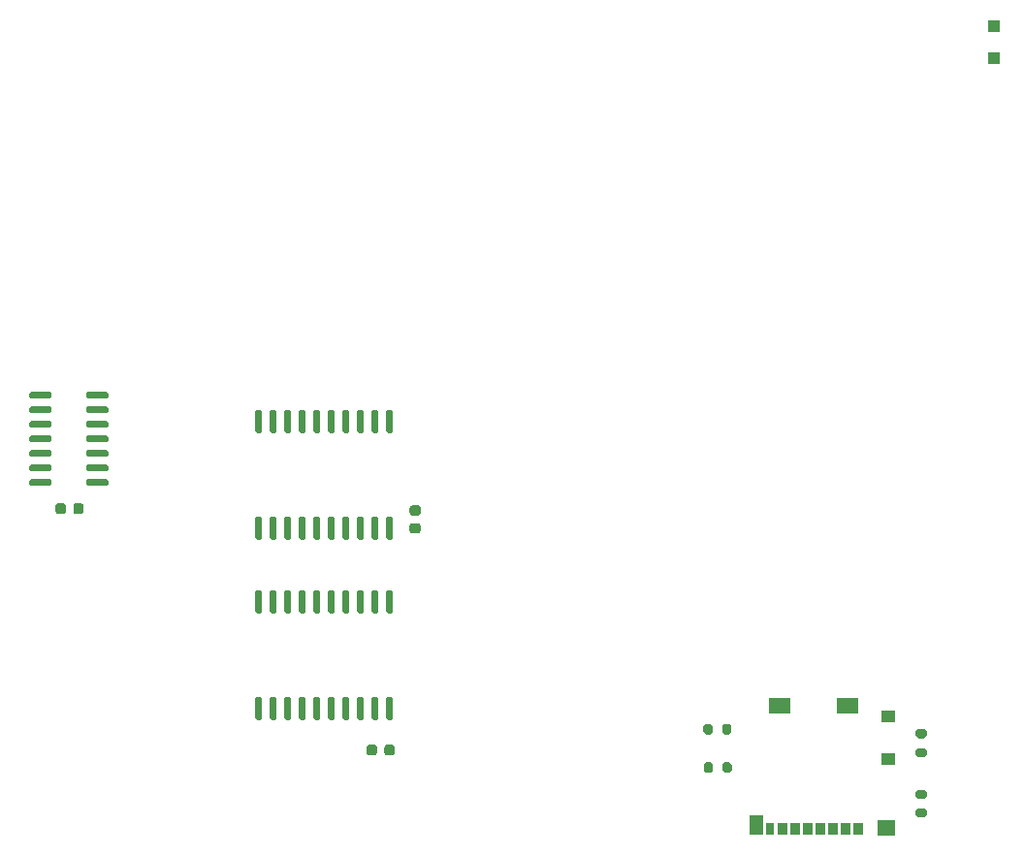
<source format=gbr>
%TF.GenerationSoftware,KiCad,Pcbnew,(5.1.10)-1*%
%TF.CreationDate,2021-08-27T13:44:28+02:00*%
%TF.ProjectId,Pico-profile,5069636f-2d70-4726-9f66-696c652e6b69,rev?*%
%TF.SameCoordinates,Original*%
%TF.FileFunction,Paste,Top*%
%TF.FilePolarity,Positive*%
%FSLAX46Y46*%
G04 Gerber Fmt 4.6, Leading zero omitted, Abs format (unit mm)*
G04 Created by KiCad (PCBNEW (5.1.10)-1) date 2021-08-27 13:44:28*
%MOMM*%
%LPD*%
G01*
G04 APERTURE LIST*
%ADD10R,1.100000X1.100000*%
%ADD11R,1.900000X1.350000*%
%ADD12R,1.200000X1.000000*%
%ADD13R,1.550000X1.350000*%
%ADD14R,1.170000X1.800000*%
%ADD15R,0.850000X1.100000*%
%ADD16R,0.750000X1.100000*%
G04 APERTURE END LIST*
D10*
%TO.C,D1*%
X206151480Y-64536320D03*
X206151480Y-61736320D03*
%TD*%
%TO.C,U3*%
G36*
G01*
X153266000Y-120289000D02*
X153566000Y-120289000D01*
G75*
G02*
X153716000Y-120439000I0J-150000D01*
G01*
X153716000Y-122189000D01*
G75*
G02*
X153566000Y-122339000I-150000J0D01*
G01*
X153266000Y-122339000D01*
G75*
G02*
X153116000Y-122189000I0J150000D01*
G01*
X153116000Y-120439000D01*
G75*
G02*
X153266000Y-120289000I150000J0D01*
G01*
G37*
G36*
G01*
X151996000Y-120289000D02*
X152296000Y-120289000D01*
G75*
G02*
X152446000Y-120439000I0J-150000D01*
G01*
X152446000Y-122189000D01*
G75*
G02*
X152296000Y-122339000I-150000J0D01*
G01*
X151996000Y-122339000D01*
G75*
G02*
X151846000Y-122189000I0J150000D01*
G01*
X151846000Y-120439000D01*
G75*
G02*
X151996000Y-120289000I150000J0D01*
G01*
G37*
G36*
G01*
X150726000Y-120289000D02*
X151026000Y-120289000D01*
G75*
G02*
X151176000Y-120439000I0J-150000D01*
G01*
X151176000Y-122189000D01*
G75*
G02*
X151026000Y-122339000I-150000J0D01*
G01*
X150726000Y-122339000D01*
G75*
G02*
X150576000Y-122189000I0J150000D01*
G01*
X150576000Y-120439000D01*
G75*
G02*
X150726000Y-120289000I150000J0D01*
G01*
G37*
G36*
G01*
X149456000Y-120289000D02*
X149756000Y-120289000D01*
G75*
G02*
X149906000Y-120439000I0J-150000D01*
G01*
X149906000Y-122189000D01*
G75*
G02*
X149756000Y-122339000I-150000J0D01*
G01*
X149456000Y-122339000D01*
G75*
G02*
X149306000Y-122189000I0J150000D01*
G01*
X149306000Y-120439000D01*
G75*
G02*
X149456000Y-120289000I150000J0D01*
G01*
G37*
G36*
G01*
X148186000Y-120289000D02*
X148486000Y-120289000D01*
G75*
G02*
X148636000Y-120439000I0J-150000D01*
G01*
X148636000Y-122189000D01*
G75*
G02*
X148486000Y-122339000I-150000J0D01*
G01*
X148186000Y-122339000D01*
G75*
G02*
X148036000Y-122189000I0J150000D01*
G01*
X148036000Y-120439000D01*
G75*
G02*
X148186000Y-120289000I150000J0D01*
G01*
G37*
G36*
G01*
X146916000Y-120289000D02*
X147216000Y-120289000D01*
G75*
G02*
X147366000Y-120439000I0J-150000D01*
G01*
X147366000Y-122189000D01*
G75*
G02*
X147216000Y-122339000I-150000J0D01*
G01*
X146916000Y-122339000D01*
G75*
G02*
X146766000Y-122189000I0J150000D01*
G01*
X146766000Y-120439000D01*
G75*
G02*
X146916000Y-120289000I150000J0D01*
G01*
G37*
G36*
G01*
X145646000Y-120289000D02*
X145946000Y-120289000D01*
G75*
G02*
X146096000Y-120439000I0J-150000D01*
G01*
X146096000Y-122189000D01*
G75*
G02*
X145946000Y-122339000I-150000J0D01*
G01*
X145646000Y-122339000D01*
G75*
G02*
X145496000Y-122189000I0J150000D01*
G01*
X145496000Y-120439000D01*
G75*
G02*
X145646000Y-120289000I150000J0D01*
G01*
G37*
G36*
G01*
X144376000Y-120289000D02*
X144676000Y-120289000D01*
G75*
G02*
X144826000Y-120439000I0J-150000D01*
G01*
X144826000Y-122189000D01*
G75*
G02*
X144676000Y-122339000I-150000J0D01*
G01*
X144376000Y-122339000D01*
G75*
G02*
X144226000Y-122189000I0J150000D01*
G01*
X144226000Y-120439000D01*
G75*
G02*
X144376000Y-120289000I150000J0D01*
G01*
G37*
G36*
G01*
X143106000Y-120289000D02*
X143406000Y-120289000D01*
G75*
G02*
X143556000Y-120439000I0J-150000D01*
G01*
X143556000Y-122189000D01*
G75*
G02*
X143406000Y-122339000I-150000J0D01*
G01*
X143106000Y-122339000D01*
G75*
G02*
X142956000Y-122189000I0J150000D01*
G01*
X142956000Y-120439000D01*
G75*
G02*
X143106000Y-120289000I150000J0D01*
G01*
G37*
G36*
G01*
X141836000Y-120289000D02*
X142136000Y-120289000D01*
G75*
G02*
X142286000Y-120439000I0J-150000D01*
G01*
X142286000Y-122189000D01*
G75*
G02*
X142136000Y-122339000I-150000J0D01*
G01*
X141836000Y-122339000D01*
G75*
G02*
X141686000Y-122189000I0J150000D01*
G01*
X141686000Y-120439000D01*
G75*
G02*
X141836000Y-120289000I150000J0D01*
G01*
G37*
G36*
G01*
X141836000Y-110989000D02*
X142136000Y-110989000D01*
G75*
G02*
X142286000Y-111139000I0J-150000D01*
G01*
X142286000Y-112889000D01*
G75*
G02*
X142136000Y-113039000I-150000J0D01*
G01*
X141836000Y-113039000D01*
G75*
G02*
X141686000Y-112889000I0J150000D01*
G01*
X141686000Y-111139000D01*
G75*
G02*
X141836000Y-110989000I150000J0D01*
G01*
G37*
G36*
G01*
X143106000Y-110989000D02*
X143406000Y-110989000D01*
G75*
G02*
X143556000Y-111139000I0J-150000D01*
G01*
X143556000Y-112889000D01*
G75*
G02*
X143406000Y-113039000I-150000J0D01*
G01*
X143106000Y-113039000D01*
G75*
G02*
X142956000Y-112889000I0J150000D01*
G01*
X142956000Y-111139000D01*
G75*
G02*
X143106000Y-110989000I150000J0D01*
G01*
G37*
G36*
G01*
X144376000Y-110989000D02*
X144676000Y-110989000D01*
G75*
G02*
X144826000Y-111139000I0J-150000D01*
G01*
X144826000Y-112889000D01*
G75*
G02*
X144676000Y-113039000I-150000J0D01*
G01*
X144376000Y-113039000D01*
G75*
G02*
X144226000Y-112889000I0J150000D01*
G01*
X144226000Y-111139000D01*
G75*
G02*
X144376000Y-110989000I150000J0D01*
G01*
G37*
G36*
G01*
X145646000Y-110989000D02*
X145946000Y-110989000D01*
G75*
G02*
X146096000Y-111139000I0J-150000D01*
G01*
X146096000Y-112889000D01*
G75*
G02*
X145946000Y-113039000I-150000J0D01*
G01*
X145646000Y-113039000D01*
G75*
G02*
X145496000Y-112889000I0J150000D01*
G01*
X145496000Y-111139000D01*
G75*
G02*
X145646000Y-110989000I150000J0D01*
G01*
G37*
G36*
G01*
X146916000Y-110989000D02*
X147216000Y-110989000D01*
G75*
G02*
X147366000Y-111139000I0J-150000D01*
G01*
X147366000Y-112889000D01*
G75*
G02*
X147216000Y-113039000I-150000J0D01*
G01*
X146916000Y-113039000D01*
G75*
G02*
X146766000Y-112889000I0J150000D01*
G01*
X146766000Y-111139000D01*
G75*
G02*
X146916000Y-110989000I150000J0D01*
G01*
G37*
G36*
G01*
X148186000Y-110989000D02*
X148486000Y-110989000D01*
G75*
G02*
X148636000Y-111139000I0J-150000D01*
G01*
X148636000Y-112889000D01*
G75*
G02*
X148486000Y-113039000I-150000J0D01*
G01*
X148186000Y-113039000D01*
G75*
G02*
X148036000Y-112889000I0J150000D01*
G01*
X148036000Y-111139000D01*
G75*
G02*
X148186000Y-110989000I150000J0D01*
G01*
G37*
G36*
G01*
X149456000Y-110989000D02*
X149756000Y-110989000D01*
G75*
G02*
X149906000Y-111139000I0J-150000D01*
G01*
X149906000Y-112889000D01*
G75*
G02*
X149756000Y-113039000I-150000J0D01*
G01*
X149456000Y-113039000D01*
G75*
G02*
X149306000Y-112889000I0J150000D01*
G01*
X149306000Y-111139000D01*
G75*
G02*
X149456000Y-110989000I150000J0D01*
G01*
G37*
G36*
G01*
X150726000Y-110989000D02*
X151026000Y-110989000D01*
G75*
G02*
X151176000Y-111139000I0J-150000D01*
G01*
X151176000Y-112889000D01*
G75*
G02*
X151026000Y-113039000I-150000J0D01*
G01*
X150726000Y-113039000D01*
G75*
G02*
X150576000Y-112889000I0J150000D01*
G01*
X150576000Y-111139000D01*
G75*
G02*
X150726000Y-110989000I150000J0D01*
G01*
G37*
G36*
G01*
X151996000Y-110989000D02*
X152296000Y-110989000D01*
G75*
G02*
X152446000Y-111139000I0J-150000D01*
G01*
X152446000Y-112889000D01*
G75*
G02*
X152296000Y-113039000I-150000J0D01*
G01*
X151996000Y-113039000D01*
G75*
G02*
X151846000Y-112889000I0J150000D01*
G01*
X151846000Y-111139000D01*
G75*
G02*
X151996000Y-110989000I150000J0D01*
G01*
G37*
G36*
G01*
X153266000Y-110989000D02*
X153566000Y-110989000D01*
G75*
G02*
X153716000Y-111139000I0J-150000D01*
G01*
X153716000Y-112889000D01*
G75*
G02*
X153566000Y-113039000I-150000J0D01*
G01*
X153266000Y-113039000D01*
G75*
G02*
X153116000Y-112889000I0J150000D01*
G01*
X153116000Y-111139000D01*
G75*
G02*
X153266000Y-110989000I150000J0D01*
G01*
G37*
%TD*%
%TO.C,U2*%
G36*
G01*
X153266000Y-104541000D02*
X153566000Y-104541000D01*
G75*
G02*
X153716000Y-104691000I0J-150000D01*
G01*
X153716000Y-106441000D01*
G75*
G02*
X153566000Y-106591000I-150000J0D01*
G01*
X153266000Y-106591000D01*
G75*
G02*
X153116000Y-106441000I0J150000D01*
G01*
X153116000Y-104691000D01*
G75*
G02*
X153266000Y-104541000I150000J0D01*
G01*
G37*
G36*
G01*
X151996000Y-104541000D02*
X152296000Y-104541000D01*
G75*
G02*
X152446000Y-104691000I0J-150000D01*
G01*
X152446000Y-106441000D01*
G75*
G02*
X152296000Y-106591000I-150000J0D01*
G01*
X151996000Y-106591000D01*
G75*
G02*
X151846000Y-106441000I0J150000D01*
G01*
X151846000Y-104691000D01*
G75*
G02*
X151996000Y-104541000I150000J0D01*
G01*
G37*
G36*
G01*
X150726000Y-104541000D02*
X151026000Y-104541000D01*
G75*
G02*
X151176000Y-104691000I0J-150000D01*
G01*
X151176000Y-106441000D01*
G75*
G02*
X151026000Y-106591000I-150000J0D01*
G01*
X150726000Y-106591000D01*
G75*
G02*
X150576000Y-106441000I0J150000D01*
G01*
X150576000Y-104691000D01*
G75*
G02*
X150726000Y-104541000I150000J0D01*
G01*
G37*
G36*
G01*
X149456000Y-104541000D02*
X149756000Y-104541000D01*
G75*
G02*
X149906000Y-104691000I0J-150000D01*
G01*
X149906000Y-106441000D01*
G75*
G02*
X149756000Y-106591000I-150000J0D01*
G01*
X149456000Y-106591000D01*
G75*
G02*
X149306000Y-106441000I0J150000D01*
G01*
X149306000Y-104691000D01*
G75*
G02*
X149456000Y-104541000I150000J0D01*
G01*
G37*
G36*
G01*
X148186000Y-104541000D02*
X148486000Y-104541000D01*
G75*
G02*
X148636000Y-104691000I0J-150000D01*
G01*
X148636000Y-106441000D01*
G75*
G02*
X148486000Y-106591000I-150000J0D01*
G01*
X148186000Y-106591000D01*
G75*
G02*
X148036000Y-106441000I0J150000D01*
G01*
X148036000Y-104691000D01*
G75*
G02*
X148186000Y-104541000I150000J0D01*
G01*
G37*
G36*
G01*
X146916000Y-104541000D02*
X147216000Y-104541000D01*
G75*
G02*
X147366000Y-104691000I0J-150000D01*
G01*
X147366000Y-106441000D01*
G75*
G02*
X147216000Y-106591000I-150000J0D01*
G01*
X146916000Y-106591000D01*
G75*
G02*
X146766000Y-106441000I0J150000D01*
G01*
X146766000Y-104691000D01*
G75*
G02*
X146916000Y-104541000I150000J0D01*
G01*
G37*
G36*
G01*
X145646000Y-104541000D02*
X145946000Y-104541000D01*
G75*
G02*
X146096000Y-104691000I0J-150000D01*
G01*
X146096000Y-106441000D01*
G75*
G02*
X145946000Y-106591000I-150000J0D01*
G01*
X145646000Y-106591000D01*
G75*
G02*
X145496000Y-106441000I0J150000D01*
G01*
X145496000Y-104691000D01*
G75*
G02*
X145646000Y-104541000I150000J0D01*
G01*
G37*
G36*
G01*
X144376000Y-104541000D02*
X144676000Y-104541000D01*
G75*
G02*
X144826000Y-104691000I0J-150000D01*
G01*
X144826000Y-106441000D01*
G75*
G02*
X144676000Y-106591000I-150000J0D01*
G01*
X144376000Y-106591000D01*
G75*
G02*
X144226000Y-106441000I0J150000D01*
G01*
X144226000Y-104691000D01*
G75*
G02*
X144376000Y-104541000I150000J0D01*
G01*
G37*
G36*
G01*
X143106000Y-104541000D02*
X143406000Y-104541000D01*
G75*
G02*
X143556000Y-104691000I0J-150000D01*
G01*
X143556000Y-106441000D01*
G75*
G02*
X143406000Y-106591000I-150000J0D01*
G01*
X143106000Y-106591000D01*
G75*
G02*
X142956000Y-106441000I0J150000D01*
G01*
X142956000Y-104691000D01*
G75*
G02*
X143106000Y-104541000I150000J0D01*
G01*
G37*
G36*
G01*
X141836000Y-104541000D02*
X142136000Y-104541000D01*
G75*
G02*
X142286000Y-104691000I0J-150000D01*
G01*
X142286000Y-106441000D01*
G75*
G02*
X142136000Y-106591000I-150000J0D01*
G01*
X141836000Y-106591000D01*
G75*
G02*
X141686000Y-106441000I0J150000D01*
G01*
X141686000Y-104691000D01*
G75*
G02*
X141836000Y-104541000I150000J0D01*
G01*
G37*
G36*
G01*
X141836000Y-95241000D02*
X142136000Y-95241000D01*
G75*
G02*
X142286000Y-95391000I0J-150000D01*
G01*
X142286000Y-97141000D01*
G75*
G02*
X142136000Y-97291000I-150000J0D01*
G01*
X141836000Y-97291000D01*
G75*
G02*
X141686000Y-97141000I0J150000D01*
G01*
X141686000Y-95391000D01*
G75*
G02*
X141836000Y-95241000I150000J0D01*
G01*
G37*
G36*
G01*
X143106000Y-95241000D02*
X143406000Y-95241000D01*
G75*
G02*
X143556000Y-95391000I0J-150000D01*
G01*
X143556000Y-97141000D01*
G75*
G02*
X143406000Y-97291000I-150000J0D01*
G01*
X143106000Y-97291000D01*
G75*
G02*
X142956000Y-97141000I0J150000D01*
G01*
X142956000Y-95391000D01*
G75*
G02*
X143106000Y-95241000I150000J0D01*
G01*
G37*
G36*
G01*
X144376000Y-95241000D02*
X144676000Y-95241000D01*
G75*
G02*
X144826000Y-95391000I0J-150000D01*
G01*
X144826000Y-97141000D01*
G75*
G02*
X144676000Y-97291000I-150000J0D01*
G01*
X144376000Y-97291000D01*
G75*
G02*
X144226000Y-97141000I0J150000D01*
G01*
X144226000Y-95391000D01*
G75*
G02*
X144376000Y-95241000I150000J0D01*
G01*
G37*
G36*
G01*
X145646000Y-95241000D02*
X145946000Y-95241000D01*
G75*
G02*
X146096000Y-95391000I0J-150000D01*
G01*
X146096000Y-97141000D01*
G75*
G02*
X145946000Y-97291000I-150000J0D01*
G01*
X145646000Y-97291000D01*
G75*
G02*
X145496000Y-97141000I0J150000D01*
G01*
X145496000Y-95391000D01*
G75*
G02*
X145646000Y-95241000I150000J0D01*
G01*
G37*
G36*
G01*
X146916000Y-95241000D02*
X147216000Y-95241000D01*
G75*
G02*
X147366000Y-95391000I0J-150000D01*
G01*
X147366000Y-97141000D01*
G75*
G02*
X147216000Y-97291000I-150000J0D01*
G01*
X146916000Y-97291000D01*
G75*
G02*
X146766000Y-97141000I0J150000D01*
G01*
X146766000Y-95391000D01*
G75*
G02*
X146916000Y-95241000I150000J0D01*
G01*
G37*
G36*
G01*
X148186000Y-95241000D02*
X148486000Y-95241000D01*
G75*
G02*
X148636000Y-95391000I0J-150000D01*
G01*
X148636000Y-97141000D01*
G75*
G02*
X148486000Y-97291000I-150000J0D01*
G01*
X148186000Y-97291000D01*
G75*
G02*
X148036000Y-97141000I0J150000D01*
G01*
X148036000Y-95391000D01*
G75*
G02*
X148186000Y-95241000I150000J0D01*
G01*
G37*
G36*
G01*
X149456000Y-95241000D02*
X149756000Y-95241000D01*
G75*
G02*
X149906000Y-95391000I0J-150000D01*
G01*
X149906000Y-97141000D01*
G75*
G02*
X149756000Y-97291000I-150000J0D01*
G01*
X149456000Y-97291000D01*
G75*
G02*
X149306000Y-97141000I0J150000D01*
G01*
X149306000Y-95391000D01*
G75*
G02*
X149456000Y-95241000I150000J0D01*
G01*
G37*
G36*
G01*
X150726000Y-95241000D02*
X151026000Y-95241000D01*
G75*
G02*
X151176000Y-95391000I0J-150000D01*
G01*
X151176000Y-97141000D01*
G75*
G02*
X151026000Y-97291000I-150000J0D01*
G01*
X150726000Y-97291000D01*
G75*
G02*
X150576000Y-97141000I0J150000D01*
G01*
X150576000Y-95391000D01*
G75*
G02*
X150726000Y-95241000I150000J0D01*
G01*
G37*
G36*
G01*
X151996000Y-95241000D02*
X152296000Y-95241000D01*
G75*
G02*
X152446000Y-95391000I0J-150000D01*
G01*
X152446000Y-97141000D01*
G75*
G02*
X152296000Y-97291000I-150000J0D01*
G01*
X151996000Y-97291000D01*
G75*
G02*
X151846000Y-97141000I0J150000D01*
G01*
X151846000Y-95391000D01*
G75*
G02*
X151996000Y-95241000I150000J0D01*
G01*
G37*
G36*
G01*
X153266000Y-95241000D02*
X153566000Y-95241000D01*
G75*
G02*
X153716000Y-95391000I0J-150000D01*
G01*
X153716000Y-97141000D01*
G75*
G02*
X153566000Y-97291000I-150000J0D01*
G01*
X153266000Y-97291000D01*
G75*
G02*
X153116000Y-97141000I0J150000D01*
G01*
X153116000Y-95391000D01*
G75*
G02*
X153266000Y-95241000I150000J0D01*
G01*
G37*
%TD*%
D11*
%TO.C,J3*%
X187476400Y-121056400D03*
X193446400Y-121056400D03*
D12*
X196946400Y-125731400D03*
X196946400Y-122031400D03*
D13*
X196771400Y-131756400D03*
D14*
X185451400Y-131531400D03*
D15*
X187711400Y-131881400D03*
X188811400Y-131881400D03*
X189911400Y-131881400D03*
X191011400Y-131881400D03*
X192111400Y-131881400D03*
X193211400Y-131881400D03*
D16*
X186661400Y-131881400D03*
D15*
X194311400Y-131881400D03*
%TD*%
%TO.C,U1*%
G36*
G01*
X123911000Y-101450000D02*
X123911000Y-101750000D01*
G75*
G02*
X123761000Y-101900000I-150000J0D01*
G01*
X122111000Y-101900000D01*
G75*
G02*
X121961000Y-101750000I0J150000D01*
G01*
X121961000Y-101450000D01*
G75*
G02*
X122111000Y-101300000I150000J0D01*
G01*
X123761000Y-101300000D01*
G75*
G02*
X123911000Y-101450000I0J-150000D01*
G01*
G37*
G36*
G01*
X123911000Y-100180000D02*
X123911000Y-100480000D01*
G75*
G02*
X123761000Y-100630000I-150000J0D01*
G01*
X122111000Y-100630000D01*
G75*
G02*
X121961000Y-100480000I0J150000D01*
G01*
X121961000Y-100180000D01*
G75*
G02*
X122111000Y-100030000I150000J0D01*
G01*
X123761000Y-100030000D01*
G75*
G02*
X123911000Y-100180000I0J-150000D01*
G01*
G37*
G36*
G01*
X123911000Y-98910000D02*
X123911000Y-99210000D01*
G75*
G02*
X123761000Y-99360000I-150000J0D01*
G01*
X122111000Y-99360000D01*
G75*
G02*
X121961000Y-99210000I0J150000D01*
G01*
X121961000Y-98910000D01*
G75*
G02*
X122111000Y-98760000I150000J0D01*
G01*
X123761000Y-98760000D01*
G75*
G02*
X123911000Y-98910000I0J-150000D01*
G01*
G37*
G36*
G01*
X123911000Y-97640000D02*
X123911000Y-97940000D01*
G75*
G02*
X123761000Y-98090000I-150000J0D01*
G01*
X122111000Y-98090000D01*
G75*
G02*
X121961000Y-97940000I0J150000D01*
G01*
X121961000Y-97640000D01*
G75*
G02*
X122111000Y-97490000I150000J0D01*
G01*
X123761000Y-97490000D01*
G75*
G02*
X123911000Y-97640000I0J-150000D01*
G01*
G37*
G36*
G01*
X123911000Y-96370000D02*
X123911000Y-96670000D01*
G75*
G02*
X123761000Y-96820000I-150000J0D01*
G01*
X122111000Y-96820000D01*
G75*
G02*
X121961000Y-96670000I0J150000D01*
G01*
X121961000Y-96370000D01*
G75*
G02*
X122111000Y-96220000I150000J0D01*
G01*
X123761000Y-96220000D01*
G75*
G02*
X123911000Y-96370000I0J-150000D01*
G01*
G37*
G36*
G01*
X123911000Y-95100000D02*
X123911000Y-95400000D01*
G75*
G02*
X123761000Y-95550000I-150000J0D01*
G01*
X122111000Y-95550000D01*
G75*
G02*
X121961000Y-95400000I0J150000D01*
G01*
X121961000Y-95100000D01*
G75*
G02*
X122111000Y-94950000I150000J0D01*
G01*
X123761000Y-94950000D01*
G75*
G02*
X123911000Y-95100000I0J-150000D01*
G01*
G37*
G36*
G01*
X123911000Y-93830000D02*
X123911000Y-94130000D01*
G75*
G02*
X123761000Y-94280000I-150000J0D01*
G01*
X122111000Y-94280000D01*
G75*
G02*
X121961000Y-94130000I0J150000D01*
G01*
X121961000Y-93830000D01*
G75*
G02*
X122111000Y-93680000I150000J0D01*
G01*
X123761000Y-93680000D01*
G75*
G02*
X123911000Y-93830000I0J-150000D01*
G01*
G37*
G36*
G01*
X128861000Y-93830000D02*
X128861000Y-94130000D01*
G75*
G02*
X128711000Y-94280000I-150000J0D01*
G01*
X127061000Y-94280000D01*
G75*
G02*
X126911000Y-94130000I0J150000D01*
G01*
X126911000Y-93830000D01*
G75*
G02*
X127061000Y-93680000I150000J0D01*
G01*
X128711000Y-93680000D01*
G75*
G02*
X128861000Y-93830000I0J-150000D01*
G01*
G37*
G36*
G01*
X128861000Y-95100000D02*
X128861000Y-95400000D01*
G75*
G02*
X128711000Y-95550000I-150000J0D01*
G01*
X127061000Y-95550000D01*
G75*
G02*
X126911000Y-95400000I0J150000D01*
G01*
X126911000Y-95100000D01*
G75*
G02*
X127061000Y-94950000I150000J0D01*
G01*
X128711000Y-94950000D01*
G75*
G02*
X128861000Y-95100000I0J-150000D01*
G01*
G37*
G36*
G01*
X128861000Y-96370000D02*
X128861000Y-96670000D01*
G75*
G02*
X128711000Y-96820000I-150000J0D01*
G01*
X127061000Y-96820000D01*
G75*
G02*
X126911000Y-96670000I0J150000D01*
G01*
X126911000Y-96370000D01*
G75*
G02*
X127061000Y-96220000I150000J0D01*
G01*
X128711000Y-96220000D01*
G75*
G02*
X128861000Y-96370000I0J-150000D01*
G01*
G37*
G36*
G01*
X128861000Y-97640000D02*
X128861000Y-97940000D01*
G75*
G02*
X128711000Y-98090000I-150000J0D01*
G01*
X127061000Y-98090000D01*
G75*
G02*
X126911000Y-97940000I0J150000D01*
G01*
X126911000Y-97640000D01*
G75*
G02*
X127061000Y-97490000I150000J0D01*
G01*
X128711000Y-97490000D01*
G75*
G02*
X128861000Y-97640000I0J-150000D01*
G01*
G37*
G36*
G01*
X128861000Y-98910000D02*
X128861000Y-99210000D01*
G75*
G02*
X128711000Y-99360000I-150000J0D01*
G01*
X127061000Y-99360000D01*
G75*
G02*
X126911000Y-99210000I0J150000D01*
G01*
X126911000Y-98910000D01*
G75*
G02*
X127061000Y-98760000I150000J0D01*
G01*
X128711000Y-98760000D01*
G75*
G02*
X128861000Y-98910000I0J-150000D01*
G01*
G37*
G36*
G01*
X128861000Y-100180000D02*
X128861000Y-100480000D01*
G75*
G02*
X128711000Y-100630000I-150000J0D01*
G01*
X127061000Y-100630000D01*
G75*
G02*
X126911000Y-100480000I0J150000D01*
G01*
X126911000Y-100180000D01*
G75*
G02*
X127061000Y-100030000I150000J0D01*
G01*
X128711000Y-100030000D01*
G75*
G02*
X128861000Y-100180000I0J-150000D01*
G01*
G37*
G36*
G01*
X128861000Y-101450000D02*
X128861000Y-101750000D01*
G75*
G02*
X128711000Y-101900000I-150000J0D01*
G01*
X127061000Y-101900000D01*
G75*
G02*
X126911000Y-101750000I0J150000D01*
G01*
X126911000Y-101450000D01*
G75*
G02*
X127061000Y-101300000I150000J0D01*
G01*
X128711000Y-101300000D01*
G75*
G02*
X128861000Y-101450000I0J-150000D01*
G01*
G37*
%TD*%
%TO.C,R5*%
G36*
G01*
X181642200Y-126217000D02*
X181642200Y-126767000D01*
G75*
G02*
X181442200Y-126967000I-200000J0D01*
G01*
X181042200Y-126967000D01*
G75*
G02*
X180842200Y-126767000I0J200000D01*
G01*
X180842200Y-126217000D01*
G75*
G02*
X181042200Y-126017000I200000J0D01*
G01*
X181442200Y-126017000D01*
G75*
G02*
X181642200Y-126217000I0J-200000D01*
G01*
G37*
G36*
G01*
X183292200Y-126217000D02*
X183292200Y-126767000D01*
G75*
G02*
X183092200Y-126967000I-200000J0D01*
G01*
X182692200Y-126967000D01*
G75*
G02*
X182492200Y-126767000I0J200000D01*
G01*
X182492200Y-126217000D01*
G75*
G02*
X182692200Y-126017000I200000J0D01*
G01*
X183092200Y-126017000D01*
G75*
G02*
X183292200Y-126217000I0J-200000D01*
G01*
G37*
%TD*%
%TO.C,R4*%
G36*
G01*
X181630000Y-122864200D02*
X181630000Y-123414200D01*
G75*
G02*
X181430000Y-123614200I-200000J0D01*
G01*
X181030000Y-123614200D01*
G75*
G02*
X180830000Y-123414200I0J200000D01*
G01*
X180830000Y-122864200D01*
G75*
G02*
X181030000Y-122664200I200000J0D01*
G01*
X181430000Y-122664200D01*
G75*
G02*
X181630000Y-122864200I0J-200000D01*
G01*
G37*
G36*
G01*
X183280000Y-122864200D02*
X183280000Y-123414200D01*
G75*
G02*
X183080000Y-123614200I-200000J0D01*
G01*
X182680000Y-123614200D01*
G75*
G02*
X182480000Y-123414200I0J200000D01*
G01*
X182480000Y-122864200D01*
G75*
G02*
X182680000Y-122664200I200000J0D01*
G01*
X183080000Y-122664200D01*
G75*
G02*
X183280000Y-122864200I0J-200000D01*
G01*
G37*
%TD*%
%TO.C,R3*%
G36*
G01*
X199560000Y-124783400D02*
X200110000Y-124783400D01*
G75*
G02*
X200310000Y-124983400I0J-200000D01*
G01*
X200310000Y-125383400D01*
G75*
G02*
X200110000Y-125583400I-200000J0D01*
G01*
X199560000Y-125583400D01*
G75*
G02*
X199360000Y-125383400I0J200000D01*
G01*
X199360000Y-124983400D01*
G75*
G02*
X199560000Y-124783400I200000J0D01*
G01*
G37*
G36*
G01*
X199560000Y-123133400D02*
X200110000Y-123133400D01*
G75*
G02*
X200310000Y-123333400I0J-200000D01*
G01*
X200310000Y-123733400D01*
G75*
G02*
X200110000Y-123933400I-200000J0D01*
G01*
X199560000Y-123933400D01*
G75*
G02*
X199360000Y-123733400I0J200000D01*
G01*
X199360000Y-123333400D01*
G75*
G02*
X199560000Y-123133400I200000J0D01*
G01*
G37*
%TD*%
%TO.C,R2*%
G36*
G01*
X199572200Y-130066600D02*
X200122200Y-130066600D01*
G75*
G02*
X200322200Y-130266600I0J-200000D01*
G01*
X200322200Y-130666600D01*
G75*
G02*
X200122200Y-130866600I-200000J0D01*
G01*
X199572200Y-130866600D01*
G75*
G02*
X199372200Y-130666600I0J200000D01*
G01*
X199372200Y-130266600D01*
G75*
G02*
X199572200Y-130066600I200000J0D01*
G01*
G37*
G36*
G01*
X199572200Y-128416600D02*
X200122200Y-128416600D01*
G75*
G02*
X200322200Y-128616600I0J-200000D01*
G01*
X200322200Y-129016600D01*
G75*
G02*
X200122200Y-129216600I-200000J0D01*
G01*
X199572200Y-129216600D01*
G75*
G02*
X199372200Y-129016600I0J200000D01*
G01*
X199372200Y-128616600D01*
G75*
G02*
X199572200Y-128416600I200000J0D01*
G01*
G37*
%TD*%
%TO.C,C6*%
G36*
G01*
X152316000Y-124718000D02*
X152316000Y-125218000D01*
G75*
G02*
X152091000Y-125443000I-225000J0D01*
G01*
X151641000Y-125443000D01*
G75*
G02*
X151416000Y-125218000I0J225000D01*
G01*
X151416000Y-124718000D01*
G75*
G02*
X151641000Y-124493000I225000J0D01*
G01*
X152091000Y-124493000D01*
G75*
G02*
X152316000Y-124718000I0J-225000D01*
G01*
G37*
G36*
G01*
X153866000Y-124718000D02*
X153866000Y-125218000D01*
G75*
G02*
X153641000Y-125443000I-225000J0D01*
G01*
X153191000Y-125443000D01*
G75*
G02*
X152966000Y-125218000I0J225000D01*
G01*
X152966000Y-124718000D01*
G75*
G02*
X153191000Y-124493000I225000J0D01*
G01*
X153641000Y-124493000D01*
G75*
G02*
X153866000Y-124718000I0J-225000D01*
G01*
G37*
%TD*%
%TO.C,C3*%
G36*
G01*
X155901200Y-104488400D02*
X155401200Y-104488400D01*
G75*
G02*
X155176200Y-104263400I0J225000D01*
G01*
X155176200Y-103813400D01*
G75*
G02*
X155401200Y-103588400I225000J0D01*
G01*
X155901200Y-103588400D01*
G75*
G02*
X156126200Y-103813400I0J-225000D01*
G01*
X156126200Y-104263400D01*
G75*
G02*
X155901200Y-104488400I-225000J0D01*
G01*
G37*
G36*
G01*
X155901200Y-106038400D02*
X155401200Y-106038400D01*
G75*
G02*
X155176200Y-105813400I0J225000D01*
G01*
X155176200Y-105363400D01*
G75*
G02*
X155401200Y-105138400I225000J0D01*
G01*
X155901200Y-105138400D01*
G75*
G02*
X156126200Y-105363400I0J-225000D01*
G01*
X156126200Y-105813400D01*
G75*
G02*
X155901200Y-106038400I-225000J0D01*
G01*
G37*
%TD*%
%TO.C,C1*%
G36*
G01*
X125801000Y-104136000D02*
X125801000Y-103636000D01*
G75*
G02*
X126026000Y-103411000I225000J0D01*
G01*
X126476000Y-103411000D01*
G75*
G02*
X126701000Y-103636000I0J-225000D01*
G01*
X126701000Y-104136000D01*
G75*
G02*
X126476000Y-104361000I-225000J0D01*
G01*
X126026000Y-104361000D01*
G75*
G02*
X125801000Y-104136000I0J225000D01*
G01*
G37*
G36*
G01*
X124251000Y-104136000D02*
X124251000Y-103636000D01*
G75*
G02*
X124476000Y-103411000I225000J0D01*
G01*
X124926000Y-103411000D01*
G75*
G02*
X125151000Y-103636000I0J-225000D01*
G01*
X125151000Y-104136000D01*
G75*
G02*
X124926000Y-104361000I-225000J0D01*
G01*
X124476000Y-104361000D01*
G75*
G02*
X124251000Y-104136000I0J225000D01*
G01*
G37*
%TD*%
M02*

</source>
